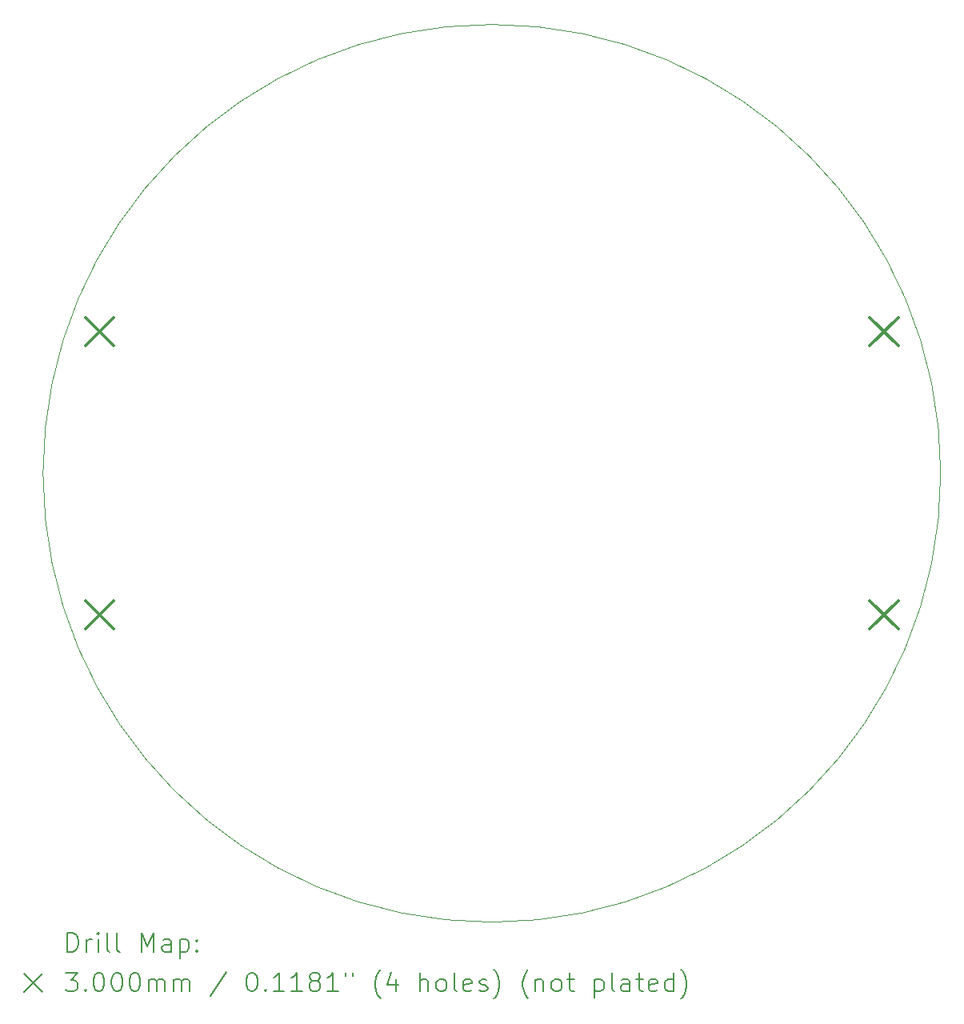
<source format=gbr>
%TF.GenerationSoftware,KiCad,Pcbnew,8.0.5*%
%TF.CreationDate,2025-05-01T20:41:22-04:00*%
%TF.ProjectId,CanSat_Power_Management_Board,43616e53-6174-45f5-906f-7765725f4d61,rev?*%
%TF.SameCoordinates,Original*%
%TF.FileFunction,Drillmap*%
%TF.FilePolarity,Positive*%
%FSLAX45Y45*%
G04 Gerber Fmt 4.5, Leading zero omitted, Abs format (unit mm)*
G04 Created by KiCad (PCBNEW 8.0.5) date 2025-05-01 20:41:22*
%MOMM*%
%LPD*%
G01*
G04 APERTURE LIST*
%ADD10C,0.050000*%
%ADD11C,0.200000*%
%ADD12C,0.300000*%
G04 APERTURE END LIST*
D10*
X19750000Y-10000000D02*
G75*
G02*
X10250000Y-10000000I-4750000J0D01*
G01*
X10250000Y-10000000D02*
G75*
G02*
X19750000Y-10000000I4750000J0D01*
G01*
D11*
D12*
X10700000Y-8350000D02*
X11000000Y-8650000D01*
X11000000Y-8350000D02*
X10700000Y-8650000D01*
X10700000Y-11350000D02*
X11000000Y-11650000D01*
X11000000Y-11350000D02*
X10700000Y-11650000D01*
X19000000Y-8350000D02*
X19300000Y-8650000D01*
X19300000Y-8350000D02*
X19000000Y-8650000D01*
X19000000Y-11350000D02*
X19300000Y-11650000D01*
X19300000Y-11350000D02*
X19000000Y-11650000D01*
D11*
X10508277Y-15063984D02*
X10508277Y-14863984D01*
X10508277Y-14863984D02*
X10555896Y-14863984D01*
X10555896Y-14863984D02*
X10584467Y-14873508D01*
X10584467Y-14873508D02*
X10603515Y-14892555D01*
X10603515Y-14892555D02*
X10613039Y-14911603D01*
X10613039Y-14911603D02*
X10622563Y-14949698D01*
X10622563Y-14949698D02*
X10622563Y-14978269D01*
X10622563Y-14978269D02*
X10613039Y-15016365D01*
X10613039Y-15016365D02*
X10603515Y-15035412D01*
X10603515Y-15035412D02*
X10584467Y-15054460D01*
X10584467Y-15054460D02*
X10555896Y-15063984D01*
X10555896Y-15063984D02*
X10508277Y-15063984D01*
X10708277Y-15063984D02*
X10708277Y-14930650D01*
X10708277Y-14968746D02*
X10717801Y-14949698D01*
X10717801Y-14949698D02*
X10727324Y-14940174D01*
X10727324Y-14940174D02*
X10746372Y-14930650D01*
X10746372Y-14930650D02*
X10765420Y-14930650D01*
X10832086Y-15063984D02*
X10832086Y-14930650D01*
X10832086Y-14863984D02*
X10822563Y-14873508D01*
X10822563Y-14873508D02*
X10832086Y-14883031D01*
X10832086Y-14883031D02*
X10841610Y-14873508D01*
X10841610Y-14873508D02*
X10832086Y-14863984D01*
X10832086Y-14863984D02*
X10832086Y-14883031D01*
X10955896Y-15063984D02*
X10936848Y-15054460D01*
X10936848Y-15054460D02*
X10927324Y-15035412D01*
X10927324Y-15035412D02*
X10927324Y-14863984D01*
X11060658Y-15063984D02*
X11041610Y-15054460D01*
X11041610Y-15054460D02*
X11032086Y-15035412D01*
X11032086Y-15035412D02*
X11032086Y-14863984D01*
X11289229Y-15063984D02*
X11289229Y-14863984D01*
X11289229Y-14863984D02*
X11355896Y-15006841D01*
X11355896Y-15006841D02*
X11422562Y-14863984D01*
X11422562Y-14863984D02*
X11422562Y-15063984D01*
X11603515Y-15063984D02*
X11603515Y-14959222D01*
X11603515Y-14959222D02*
X11593991Y-14940174D01*
X11593991Y-14940174D02*
X11574943Y-14930650D01*
X11574943Y-14930650D02*
X11536848Y-14930650D01*
X11536848Y-14930650D02*
X11517801Y-14940174D01*
X11603515Y-15054460D02*
X11584467Y-15063984D01*
X11584467Y-15063984D02*
X11536848Y-15063984D01*
X11536848Y-15063984D02*
X11517801Y-15054460D01*
X11517801Y-15054460D02*
X11508277Y-15035412D01*
X11508277Y-15035412D02*
X11508277Y-15016365D01*
X11508277Y-15016365D02*
X11517801Y-14997317D01*
X11517801Y-14997317D02*
X11536848Y-14987793D01*
X11536848Y-14987793D02*
X11584467Y-14987793D01*
X11584467Y-14987793D02*
X11603515Y-14978269D01*
X11698753Y-14930650D02*
X11698753Y-15130650D01*
X11698753Y-14940174D02*
X11717801Y-14930650D01*
X11717801Y-14930650D02*
X11755896Y-14930650D01*
X11755896Y-14930650D02*
X11774943Y-14940174D01*
X11774943Y-14940174D02*
X11784467Y-14949698D01*
X11784467Y-14949698D02*
X11793991Y-14968746D01*
X11793991Y-14968746D02*
X11793991Y-15025888D01*
X11793991Y-15025888D02*
X11784467Y-15044936D01*
X11784467Y-15044936D02*
X11774943Y-15054460D01*
X11774943Y-15054460D02*
X11755896Y-15063984D01*
X11755896Y-15063984D02*
X11717801Y-15063984D01*
X11717801Y-15063984D02*
X11698753Y-15054460D01*
X11879705Y-15044936D02*
X11889229Y-15054460D01*
X11889229Y-15054460D02*
X11879705Y-15063984D01*
X11879705Y-15063984D02*
X11870182Y-15054460D01*
X11870182Y-15054460D02*
X11879705Y-15044936D01*
X11879705Y-15044936D02*
X11879705Y-15063984D01*
X11879705Y-14940174D02*
X11889229Y-14949698D01*
X11889229Y-14949698D02*
X11879705Y-14959222D01*
X11879705Y-14959222D02*
X11870182Y-14949698D01*
X11870182Y-14949698D02*
X11879705Y-14940174D01*
X11879705Y-14940174D02*
X11879705Y-14959222D01*
X10047500Y-15292500D02*
X10247500Y-15492500D01*
X10247500Y-15292500D02*
X10047500Y-15492500D01*
X10489229Y-15283984D02*
X10613039Y-15283984D01*
X10613039Y-15283984D02*
X10546372Y-15360174D01*
X10546372Y-15360174D02*
X10574944Y-15360174D01*
X10574944Y-15360174D02*
X10593991Y-15369698D01*
X10593991Y-15369698D02*
X10603515Y-15379222D01*
X10603515Y-15379222D02*
X10613039Y-15398269D01*
X10613039Y-15398269D02*
X10613039Y-15445888D01*
X10613039Y-15445888D02*
X10603515Y-15464936D01*
X10603515Y-15464936D02*
X10593991Y-15474460D01*
X10593991Y-15474460D02*
X10574944Y-15483984D01*
X10574944Y-15483984D02*
X10517801Y-15483984D01*
X10517801Y-15483984D02*
X10498753Y-15474460D01*
X10498753Y-15474460D02*
X10489229Y-15464936D01*
X10698753Y-15464936D02*
X10708277Y-15474460D01*
X10708277Y-15474460D02*
X10698753Y-15483984D01*
X10698753Y-15483984D02*
X10689229Y-15474460D01*
X10689229Y-15474460D02*
X10698753Y-15464936D01*
X10698753Y-15464936D02*
X10698753Y-15483984D01*
X10832086Y-15283984D02*
X10851134Y-15283984D01*
X10851134Y-15283984D02*
X10870182Y-15293508D01*
X10870182Y-15293508D02*
X10879705Y-15303031D01*
X10879705Y-15303031D02*
X10889229Y-15322079D01*
X10889229Y-15322079D02*
X10898753Y-15360174D01*
X10898753Y-15360174D02*
X10898753Y-15407793D01*
X10898753Y-15407793D02*
X10889229Y-15445888D01*
X10889229Y-15445888D02*
X10879705Y-15464936D01*
X10879705Y-15464936D02*
X10870182Y-15474460D01*
X10870182Y-15474460D02*
X10851134Y-15483984D01*
X10851134Y-15483984D02*
X10832086Y-15483984D01*
X10832086Y-15483984D02*
X10813039Y-15474460D01*
X10813039Y-15474460D02*
X10803515Y-15464936D01*
X10803515Y-15464936D02*
X10793991Y-15445888D01*
X10793991Y-15445888D02*
X10784467Y-15407793D01*
X10784467Y-15407793D02*
X10784467Y-15360174D01*
X10784467Y-15360174D02*
X10793991Y-15322079D01*
X10793991Y-15322079D02*
X10803515Y-15303031D01*
X10803515Y-15303031D02*
X10813039Y-15293508D01*
X10813039Y-15293508D02*
X10832086Y-15283984D01*
X11022563Y-15283984D02*
X11041610Y-15283984D01*
X11041610Y-15283984D02*
X11060658Y-15293508D01*
X11060658Y-15293508D02*
X11070182Y-15303031D01*
X11070182Y-15303031D02*
X11079705Y-15322079D01*
X11079705Y-15322079D02*
X11089229Y-15360174D01*
X11089229Y-15360174D02*
X11089229Y-15407793D01*
X11089229Y-15407793D02*
X11079705Y-15445888D01*
X11079705Y-15445888D02*
X11070182Y-15464936D01*
X11070182Y-15464936D02*
X11060658Y-15474460D01*
X11060658Y-15474460D02*
X11041610Y-15483984D01*
X11041610Y-15483984D02*
X11022563Y-15483984D01*
X11022563Y-15483984D02*
X11003515Y-15474460D01*
X11003515Y-15474460D02*
X10993991Y-15464936D01*
X10993991Y-15464936D02*
X10984467Y-15445888D01*
X10984467Y-15445888D02*
X10974944Y-15407793D01*
X10974944Y-15407793D02*
X10974944Y-15360174D01*
X10974944Y-15360174D02*
X10984467Y-15322079D01*
X10984467Y-15322079D02*
X10993991Y-15303031D01*
X10993991Y-15303031D02*
X11003515Y-15293508D01*
X11003515Y-15293508D02*
X11022563Y-15283984D01*
X11213039Y-15283984D02*
X11232086Y-15283984D01*
X11232086Y-15283984D02*
X11251134Y-15293508D01*
X11251134Y-15293508D02*
X11260658Y-15303031D01*
X11260658Y-15303031D02*
X11270182Y-15322079D01*
X11270182Y-15322079D02*
X11279705Y-15360174D01*
X11279705Y-15360174D02*
X11279705Y-15407793D01*
X11279705Y-15407793D02*
X11270182Y-15445888D01*
X11270182Y-15445888D02*
X11260658Y-15464936D01*
X11260658Y-15464936D02*
X11251134Y-15474460D01*
X11251134Y-15474460D02*
X11232086Y-15483984D01*
X11232086Y-15483984D02*
X11213039Y-15483984D01*
X11213039Y-15483984D02*
X11193991Y-15474460D01*
X11193991Y-15474460D02*
X11184467Y-15464936D01*
X11184467Y-15464936D02*
X11174944Y-15445888D01*
X11174944Y-15445888D02*
X11165420Y-15407793D01*
X11165420Y-15407793D02*
X11165420Y-15360174D01*
X11165420Y-15360174D02*
X11174944Y-15322079D01*
X11174944Y-15322079D02*
X11184467Y-15303031D01*
X11184467Y-15303031D02*
X11193991Y-15293508D01*
X11193991Y-15293508D02*
X11213039Y-15283984D01*
X11365420Y-15483984D02*
X11365420Y-15350650D01*
X11365420Y-15369698D02*
X11374943Y-15360174D01*
X11374943Y-15360174D02*
X11393991Y-15350650D01*
X11393991Y-15350650D02*
X11422563Y-15350650D01*
X11422563Y-15350650D02*
X11441610Y-15360174D01*
X11441610Y-15360174D02*
X11451134Y-15379222D01*
X11451134Y-15379222D02*
X11451134Y-15483984D01*
X11451134Y-15379222D02*
X11460658Y-15360174D01*
X11460658Y-15360174D02*
X11479705Y-15350650D01*
X11479705Y-15350650D02*
X11508277Y-15350650D01*
X11508277Y-15350650D02*
X11527324Y-15360174D01*
X11527324Y-15360174D02*
X11536848Y-15379222D01*
X11536848Y-15379222D02*
X11536848Y-15483984D01*
X11632086Y-15483984D02*
X11632086Y-15350650D01*
X11632086Y-15369698D02*
X11641610Y-15360174D01*
X11641610Y-15360174D02*
X11660658Y-15350650D01*
X11660658Y-15350650D02*
X11689229Y-15350650D01*
X11689229Y-15350650D02*
X11708277Y-15360174D01*
X11708277Y-15360174D02*
X11717801Y-15379222D01*
X11717801Y-15379222D02*
X11717801Y-15483984D01*
X11717801Y-15379222D02*
X11727324Y-15360174D01*
X11727324Y-15360174D02*
X11746372Y-15350650D01*
X11746372Y-15350650D02*
X11774943Y-15350650D01*
X11774943Y-15350650D02*
X11793991Y-15360174D01*
X11793991Y-15360174D02*
X11803515Y-15379222D01*
X11803515Y-15379222D02*
X11803515Y-15483984D01*
X12193991Y-15274460D02*
X12022563Y-15531603D01*
X12451134Y-15283984D02*
X12470182Y-15283984D01*
X12470182Y-15283984D02*
X12489229Y-15293508D01*
X12489229Y-15293508D02*
X12498753Y-15303031D01*
X12498753Y-15303031D02*
X12508277Y-15322079D01*
X12508277Y-15322079D02*
X12517801Y-15360174D01*
X12517801Y-15360174D02*
X12517801Y-15407793D01*
X12517801Y-15407793D02*
X12508277Y-15445888D01*
X12508277Y-15445888D02*
X12498753Y-15464936D01*
X12498753Y-15464936D02*
X12489229Y-15474460D01*
X12489229Y-15474460D02*
X12470182Y-15483984D01*
X12470182Y-15483984D02*
X12451134Y-15483984D01*
X12451134Y-15483984D02*
X12432086Y-15474460D01*
X12432086Y-15474460D02*
X12422563Y-15464936D01*
X12422563Y-15464936D02*
X12413039Y-15445888D01*
X12413039Y-15445888D02*
X12403515Y-15407793D01*
X12403515Y-15407793D02*
X12403515Y-15360174D01*
X12403515Y-15360174D02*
X12413039Y-15322079D01*
X12413039Y-15322079D02*
X12422563Y-15303031D01*
X12422563Y-15303031D02*
X12432086Y-15293508D01*
X12432086Y-15293508D02*
X12451134Y-15283984D01*
X12603515Y-15464936D02*
X12613039Y-15474460D01*
X12613039Y-15474460D02*
X12603515Y-15483984D01*
X12603515Y-15483984D02*
X12593991Y-15474460D01*
X12593991Y-15474460D02*
X12603515Y-15464936D01*
X12603515Y-15464936D02*
X12603515Y-15483984D01*
X12803515Y-15483984D02*
X12689229Y-15483984D01*
X12746372Y-15483984D02*
X12746372Y-15283984D01*
X12746372Y-15283984D02*
X12727325Y-15312555D01*
X12727325Y-15312555D02*
X12708277Y-15331603D01*
X12708277Y-15331603D02*
X12689229Y-15341127D01*
X12993991Y-15483984D02*
X12879706Y-15483984D01*
X12936848Y-15483984D02*
X12936848Y-15283984D01*
X12936848Y-15283984D02*
X12917801Y-15312555D01*
X12917801Y-15312555D02*
X12898753Y-15331603D01*
X12898753Y-15331603D02*
X12879706Y-15341127D01*
X13108277Y-15369698D02*
X13089229Y-15360174D01*
X13089229Y-15360174D02*
X13079706Y-15350650D01*
X13079706Y-15350650D02*
X13070182Y-15331603D01*
X13070182Y-15331603D02*
X13070182Y-15322079D01*
X13070182Y-15322079D02*
X13079706Y-15303031D01*
X13079706Y-15303031D02*
X13089229Y-15293508D01*
X13089229Y-15293508D02*
X13108277Y-15283984D01*
X13108277Y-15283984D02*
X13146372Y-15283984D01*
X13146372Y-15283984D02*
X13165420Y-15293508D01*
X13165420Y-15293508D02*
X13174944Y-15303031D01*
X13174944Y-15303031D02*
X13184467Y-15322079D01*
X13184467Y-15322079D02*
X13184467Y-15331603D01*
X13184467Y-15331603D02*
X13174944Y-15350650D01*
X13174944Y-15350650D02*
X13165420Y-15360174D01*
X13165420Y-15360174D02*
X13146372Y-15369698D01*
X13146372Y-15369698D02*
X13108277Y-15369698D01*
X13108277Y-15369698D02*
X13089229Y-15379222D01*
X13089229Y-15379222D02*
X13079706Y-15388746D01*
X13079706Y-15388746D02*
X13070182Y-15407793D01*
X13070182Y-15407793D02*
X13070182Y-15445888D01*
X13070182Y-15445888D02*
X13079706Y-15464936D01*
X13079706Y-15464936D02*
X13089229Y-15474460D01*
X13089229Y-15474460D02*
X13108277Y-15483984D01*
X13108277Y-15483984D02*
X13146372Y-15483984D01*
X13146372Y-15483984D02*
X13165420Y-15474460D01*
X13165420Y-15474460D02*
X13174944Y-15464936D01*
X13174944Y-15464936D02*
X13184467Y-15445888D01*
X13184467Y-15445888D02*
X13184467Y-15407793D01*
X13184467Y-15407793D02*
X13174944Y-15388746D01*
X13174944Y-15388746D02*
X13165420Y-15379222D01*
X13165420Y-15379222D02*
X13146372Y-15369698D01*
X13374944Y-15483984D02*
X13260658Y-15483984D01*
X13317801Y-15483984D02*
X13317801Y-15283984D01*
X13317801Y-15283984D02*
X13298753Y-15312555D01*
X13298753Y-15312555D02*
X13279706Y-15331603D01*
X13279706Y-15331603D02*
X13260658Y-15341127D01*
X13451134Y-15283984D02*
X13451134Y-15322079D01*
X13527325Y-15283984D02*
X13527325Y-15322079D01*
X13822563Y-15560174D02*
X13813039Y-15550650D01*
X13813039Y-15550650D02*
X13793991Y-15522079D01*
X13793991Y-15522079D02*
X13784468Y-15503031D01*
X13784468Y-15503031D02*
X13774944Y-15474460D01*
X13774944Y-15474460D02*
X13765420Y-15426841D01*
X13765420Y-15426841D02*
X13765420Y-15388746D01*
X13765420Y-15388746D02*
X13774944Y-15341127D01*
X13774944Y-15341127D02*
X13784468Y-15312555D01*
X13784468Y-15312555D02*
X13793991Y-15293508D01*
X13793991Y-15293508D02*
X13813039Y-15264936D01*
X13813039Y-15264936D02*
X13822563Y-15255412D01*
X13984468Y-15350650D02*
X13984468Y-15483984D01*
X13936848Y-15274460D02*
X13889229Y-15417317D01*
X13889229Y-15417317D02*
X14013039Y-15417317D01*
X14241610Y-15483984D02*
X14241610Y-15283984D01*
X14327325Y-15483984D02*
X14327325Y-15379222D01*
X14327325Y-15379222D02*
X14317801Y-15360174D01*
X14317801Y-15360174D02*
X14298753Y-15350650D01*
X14298753Y-15350650D02*
X14270182Y-15350650D01*
X14270182Y-15350650D02*
X14251134Y-15360174D01*
X14251134Y-15360174D02*
X14241610Y-15369698D01*
X14451134Y-15483984D02*
X14432087Y-15474460D01*
X14432087Y-15474460D02*
X14422563Y-15464936D01*
X14422563Y-15464936D02*
X14413039Y-15445888D01*
X14413039Y-15445888D02*
X14413039Y-15388746D01*
X14413039Y-15388746D02*
X14422563Y-15369698D01*
X14422563Y-15369698D02*
X14432087Y-15360174D01*
X14432087Y-15360174D02*
X14451134Y-15350650D01*
X14451134Y-15350650D02*
X14479706Y-15350650D01*
X14479706Y-15350650D02*
X14498753Y-15360174D01*
X14498753Y-15360174D02*
X14508277Y-15369698D01*
X14508277Y-15369698D02*
X14517801Y-15388746D01*
X14517801Y-15388746D02*
X14517801Y-15445888D01*
X14517801Y-15445888D02*
X14508277Y-15464936D01*
X14508277Y-15464936D02*
X14498753Y-15474460D01*
X14498753Y-15474460D02*
X14479706Y-15483984D01*
X14479706Y-15483984D02*
X14451134Y-15483984D01*
X14632087Y-15483984D02*
X14613039Y-15474460D01*
X14613039Y-15474460D02*
X14603515Y-15455412D01*
X14603515Y-15455412D02*
X14603515Y-15283984D01*
X14784468Y-15474460D02*
X14765420Y-15483984D01*
X14765420Y-15483984D02*
X14727325Y-15483984D01*
X14727325Y-15483984D02*
X14708277Y-15474460D01*
X14708277Y-15474460D02*
X14698753Y-15455412D01*
X14698753Y-15455412D02*
X14698753Y-15379222D01*
X14698753Y-15379222D02*
X14708277Y-15360174D01*
X14708277Y-15360174D02*
X14727325Y-15350650D01*
X14727325Y-15350650D02*
X14765420Y-15350650D01*
X14765420Y-15350650D02*
X14784468Y-15360174D01*
X14784468Y-15360174D02*
X14793991Y-15379222D01*
X14793991Y-15379222D02*
X14793991Y-15398269D01*
X14793991Y-15398269D02*
X14698753Y-15417317D01*
X14870182Y-15474460D02*
X14889230Y-15483984D01*
X14889230Y-15483984D02*
X14927325Y-15483984D01*
X14927325Y-15483984D02*
X14946372Y-15474460D01*
X14946372Y-15474460D02*
X14955896Y-15455412D01*
X14955896Y-15455412D02*
X14955896Y-15445888D01*
X14955896Y-15445888D02*
X14946372Y-15426841D01*
X14946372Y-15426841D02*
X14927325Y-15417317D01*
X14927325Y-15417317D02*
X14898753Y-15417317D01*
X14898753Y-15417317D02*
X14879706Y-15407793D01*
X14879706Y-15407793D02*
X14870182Y-15388746D01*
X14870182Y-15388746D02*
X14870182Y-15379222D01*
X14870182Y-15379222D02*
X14879706Y-15360174D01*
X14879706Y-15360174D02*
X14898753Y-15350650D01*
X14898753Y-15350650D02*
X14927325Y-15350650D01*
X14927325Y-15350650D02*
X14946372Y-15360174D01*
X15022563Y-15560174D02*
X15032087Y-15550650D01*
X15032087Y-15550650D02*
X15051134Y-15522079D01*
X15051134Y-15522079D02*
X15060658Y-15503031D01*
X15060658Y-15503031D02*
X15070182Y-15474460D01*
X15070182Y-15474460D02*
X15079706Y-15426841D01*
X15079706Y-15426841D02*
X15079706Y-15388746D01*
X15079706Y-15388746D02*
X15070182Y-15341127D01*
X15070182Y-15341127D02*
X15060658Y-15312555D01*
X15060658Y-15312555D02*
X15051134Y-15293508D01*
X15051134Y-15293508D02*
X15032087Y-15264936D01*
X15032087Y-15264936D02*
X15022563Y-15255412D01*
X15384468Y-15560174D02*
X15374944Y-15550650D01*
X15374944Y-15550650D02*
X15355896Y-15522079D01*
X15355896Y-15522079D02*
X15346372Y-15503031D01*
X15346372Y-15503031D02*
X15336849Y-15474460D01*
X15336849Y-15474460D02*
X15327325Y-15426841D01*
X15327325Y-15426841D02*
X15327325Y-15388746D01*
X15327325Y-15388746D02*
X15336849Y-15341127D01*
X15336849Y-15341127D02*
X15346372Y-15312555D01*
X15346372Y-15312555D02*
X15355896Y-15293508D01*
X15355896Y-15293508D02*
X15374944Y-15264936D01*
X15374944Y-15264936D02*
X15384468Y-15255412D01*
X15460658Y-15350650D02*
X15460658Y-15483984D01*
X15460658Y-15369698D02*
X15470182Y-15360174D01*
X15470182Y-15360174D02*
X15489230Y-15350650D01*
X15489230Y-15350650D02*
X15517801Y-15350650D01*
X15517801Y-15350650D02*
X15536849Y-15360174D01*
X15536849Y-15360174D02*
X15546372Y-15379222D01*
X15546372Y-15379222D02*
X15546372Y-15483984D01*
X15670182Y-15483984D02*
X15651134Y-15474460D01*
X15651134Y-15474460D02*
X15641611Y-15464936D01*
X15641611Y-15464936D02*
X15632087Y-15445888D01*
X15632087Y-15445888D02*
X15632087Y-15388746D01*
X15632087Y-15388746D02*
X15641611Y-15369698D01*
X15641611Y-15369698D02*
X15651134Y-15360174D01*
X15651134Y-15360174D02*
X15670182Y-15350650D01*
X15670182Y-15350650D02*
X15698753Y-15350650D01*
X15698753Y-15350650D02*
X15717801Y-15360174D01*
X15717801Y-15360174D02*
X15727325Y-15369698D01*
X15727325Y-15369698D02*
X15736849Y-15388746D01*
X15736849Y-15388746D02*
X15736849Y-15445888D01*
X15736849Y-15445888D02*
X15727325Y-15464936D01*
X15727325Y-15464936D02*
X15717801Y-15474460D01*
X15717801Y-15474460D02*
X15698753Y-15483984D01*
X15698753Y-15483984D02*
X15670182Y-15483984D01*
X15793992Y-15350650D02*
X15870182Y-15350650D01*
X15822563Y-15283984D02*
X15822563Y-15455412D01*
X15822563Y-15455412D02*
X15832087Y-15474460D01*
X15832087Y-15474460D02*
X15851134Y-15483984D01*
X15851134Y-15483984D02*
X15870182Y-15483984D01*
X16089230Y-15350650D02*
X16089230Y-15550650D01*
X16089230Y-15360174D02*
X16108277Y-15350650D01*
X16108277Y-15350650D02*
X16146373Y-15350650D01*
X16146373Y-15350650D02*
X16165420Y-15360174D01*
X16165420Y-15360174D02*
X16174944Y-15369698D01*
X16174944Y-15369698D02*
X16184468Y-15388746D01*
X16184468Y-15388746D02*
X16184468Y-15445888D01*
X16184468Y-15445888D02*
X16174944Y-15464936D01*
X16174944Y-15464936D02*
X16165420Y-15474460D01*
X16165420Y-15474460D02*
X16146373Y-15483984D01*
X16146373Y-15483984D02*
X16108277Y-15483984D01*
X16108277Y-15483984D02*
X16089230Y-15474460D01*
X16298753Y-15483984D02*
X16279706Y-15474460D01*
X16279706Y-15474460D02*
X16270182Y-15455412D01*
X16270182Y-15455412D02*
X16270182Y-15283984D01*
X16460658Y-15483984D02*
X16460658Y-15379222D01*
X16460658Y-15379222D02*
X16451134Y-15360174D01*
X16451134Y-15360174D02*
X16432087Y-15350650D01*
X16432087Y-15350650D02*
X16393992Y-15350650D01*
X16393992Y-15350650D02*
X16374944Y-15360174D01*
X16460658Y-15474460D02*
X16441611Y-15483984D01*
X16441611Y-15483984D02*
X16393992Y-15483984D01*
X16393992Y-15483984D02*
X16374944Y-15474460D01*
X16374944Y-15474460D02*
X16365420Y-15455412D01*
X16365420Y-15455412D02*
X16365420Y-15436365D01*
X16365420Y-15436365D02*
X16374944Y-15417317D01*
X16374944Y-15417317D02*
X16393992Y-15407793D01*
X16393992Y-15407793D02*
X16441611Y-15407793D01*
X16441611Y-15407793D02*
X16460658Y-15398269D01*
X16527325Y-15350650D02*
X16603515Y-15350650D01*
X16555896Y-15283984D02*
X16555896Y-15455412D01*
X16555896Y-15455412D02*
X16565420Y-15474460D01*
X16565420Y-15474460D02*
X16584468Y-15483984D01*
X16584468Y-15483984D02*
X16603515Y-15483984D01*
X16746373Y-15474460D02*
X16727325Y-15483984D01*
X16727325Y-15483984D02*
X16689230Y-15483984D01*
X16689230Y-15483984D02*
X16670182Y-15474460D01*
X16670182Y-15474460D02*
X16660658Y-15455412D01*
X16660658Y-15455412D02*
X16660658Y-15379222D01*
X16660658Y-15379222D02*
X16670182Y-15360174D01*
X16670182Y-15360174D02*
X16689230Y-15350650D01*
X16689230Y-15350650D02*
X16727325Y-15350650D01*
X16727325Y-15350650D02*
X16746373Y-15360174D01*
X16746373Y-15360174D02*
X16755896Y-15379222D01*
X16755896Y-15379222D02*
X16755896Y-15398269D01*
X16755896Y-15398269D02*
X16660658Y-15417317D01*
X16927325Y-15483984D02*
X16927325Y-15283984D01*
X16927325Y-15474460D02*
X16908277Y-15483984D01*
X16908277Y-15483984D02*
X16870182Y-15483984D01*
X16870182Y-15483984D02*
X16851135Y-15474460D01*
X16851135Y-15474460D02*
X16841611Y-15464936D01*
X16841611Y-15464936D02*
X16832087Y-15445888D01*
X16832087Y-15445888D02*
X16832087Y-15388746D01*
X16832087Y-15388746D02*
X16841611Y-15369698D01*
X16841611Y-15369698D02*
X16851135Y-15360174D01*
X16851135Y-15360174D02*
X16870182Y-15350650D01*
X16870182Y-15350650D02*
X16908277Y-15350650D01*
X16908277Y-15350650D02*
X16927325Y-15360174D01*
X17003516Y-15560174D02*
X17013039Y-15550650D01*
X17013039Y-15550650D02*
X17032087Y-15522079D01*
X17032087Y-15522079D02*
X17041611Y-15503031D01*
X17041611Y-15503031D02*
X17051135Y-15474460D01*
X17051135Y-15474460D02*
X17060658Y-15426841D01*
X17060658Y-15426841D02*
X17060658Y-15388746D01*
X17060658Y-15388746D02*
X17051135Y-15341127D01*
X17051135Y-15341127D02*
X17041611Y-15312555D01*
X17041611Y-15312555D02*
X17032087Y-15293508D01*
X17032087Y-15293508D02*
X17013039Y-15264936D01*
X17013039Y-15264936D02*
X17003516Y-15255412D01*
M02*

</source>
